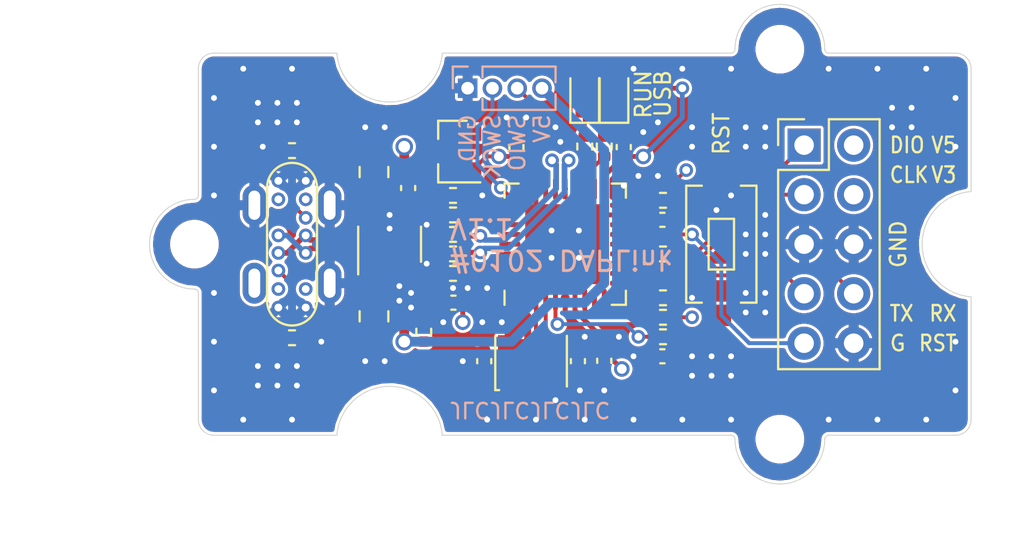
<source format=kicad_pcb>
(kicad_pcb (version 20171130) (host pcbnew "(5.1.12-1-10_14)")
  (layers (0 F.Cu signal) (1 In1.Cu power) (2 In2.Cu power) (31 B.Cu signal) (34 B.Paste user) (35 F.Paste user) (36 B.SilkS user) (37 F.SilkS user) (38 B.Mask user) (39 F.Mask user) (44 Edge.Cuts user))
  (net 0 "")
  (net 1 VBUS)
  (net 2 GND)
  (net 3 "Net-(C2-Pad2)")
  (net 4 +3V3)
  (net 5 "Net-(C8-Pad2)")
  (net 6 /TGT_USB_D+)
  (net 7 /TGT_USB_D-)
  (net 8 "Net-(C11-Pad2)")
  (net 9 /TGT_NRESET)
  (net 10 /IF_NRESET)
  (net 11 "Net-(D1-Pad1)")
  (net 12 /D-)
  (net 13 /D+)
  (net 14 "Net-(J1-PadB5)")
  (net 15 "Net-(J1-PadA5)")
  (net 16 /IF_SWDIO)
  (net 17 /IF_SWCLK)
  (net 18 /TGT_SWDIO)
  (net 19 /TGT_SWCLK)
  (net 20 /TGT_RX)
  (net 21 /TGT_TX)
  (net 22 "Net-(R2-Pad1)")
  (net 23 "Net-(R8-Pad1)")
  (net 24 "Net-(R6-Pad2)")
  (net 25 "Net-(R9-Pad2)")
  (net 26 "Net-(D3-Pad1)")
  (net 27 "Net-(Q1-Pad2)")
  (net 28 /USB_ENUM)
  (net 29 /LED_CON_BLUE)
  (net 30 /LED_RUN_RED)
  (net 31 "Net-(Q1-Pad3)")
  (module Resistor_SMD:R_0402_1005Metric (layer F.Cu) (at 113.25 107.5 180)
    (fp_text reference R14 hide)
    (fp_text value 1.5K)
    (pad 2 smd roundrect (at 0.51 0 180) (size 0.54 0.64) (layers F.Cu F.Paste F.Mask) (net 27 "Net-(Q1-Pad2)"))
    (pad 1 smd roundrect (at -0.51 0 180) (size 0.54 0.64) (layers F.Cu F.Paste F.Mask) (net 28 /USB_ENUM))
  )
  (module Package_TO_SOT_SMD:SOT-23 (layer F.Cu) (at 113.25 105.25 180)
    (fp_text reference Q1 hide)
    (fp_text value S8550)
    (pad 3 smd rect (at 1 0 180) (size 0.9 0.8) (layers F.Cu F.Paste F.Mask) (net 31 "Net-(Q1-Pad3)"))
    (pad 2 smd rect (at -1 0.95 180) (size 0.9 0.8) (layers F.Cu F.Paste F.Mask) (net 27 "Net-(Q1-Pad2)"))
    (pad 1 smd rect (at -1 -0.95 180) (size 0.9 0.8) (layers F.Cu F.Paste F.Mask) (net 4 +3V3))
  )
  (module Capacitor_SMD:C_0402_1005Metric (layer F.Cu) (at 122 105.02 270)
    (fp_text reference C5 hide)
    (fp_text value 100nF)
    (pad 2 smd roundrect (at 0.48 0 270) (size 0.56 0.62) (layers F.Cu F.Paste F.Mask) (net 4 +3V3))
    (pad 1 smd roundrect (at -0.48 0 270) (size 0.56 0.62) (layers F.Cu F.Paste F.Mask) (net 2 GND))
  )
  (module Resistor_SMD:R_0402_1005Metric (layer F.Cu) (at 113.25 108.5)
    (fp_text reference R10 hide)
    (fp_text value 1.5K)
    (pad 2 smd roundrect (at 0.51 0) (size 0.54 0.64) (layers F.Cu F.Paste F.Mask) (net 6 /TGT_USB_D+))
    (pad 1 smd roundrect (at -0.51 0) (size 0.54 0.64) (layers F.Cu F.Paste F.Mask) (net 31 "Net-(Q1-Pad3)"))
  )
  (module JLC-SMT:HCTL_TC-3601L-2.5 (layer F.Cu) (at 127 110 270)
    (fp_text reference SW1 hide)
    (fp_text value SW_Push)
    (pad 2 smd rect (at 3.65 0 270) (size 1.1 1) (layers F.Cu F.Paste F.Mask) (net 9 /TGT_NRESET))
    (pad 1 smd rect (at -3.65 0 270) (size 1.1 1) (layers F.Cu F.Paste F.Mask) (net 2 GND))
  )
  (module JLC-SMT:Oscillator_SMD_3.2x2.5mm (layer F.Cu) (at 117.25 116)
    (fp_text reference Y1 hide)
    (fp_text value 8MHz)
    (pad 4 smd rect (at -1.1 -0.88) (size 1.2 0.9) (layers F.Cu F.Paste F.Mask) (net 2 GND))
    (pad 2 smd rect (at 1.1 0.88) (size 1.2 0.9) (layers F.Cu F.Paste F.Mask) (net 2 GND))
    (pad 3 smd rect (at 1.1 -0.88) (size 1.2 0.9) (layers F.Cu F.Paste F.Mask) (net 5 "Net-(C8-Pad2)"))
    (pad 1 smd rect (at -1.1 0.88) (size 1.2 0.9) (layers F.Cu F.Paste F.Mask) (net 8 "Net-(C11-Pad2)"))
  )
  (module Package_DFN_QFN:QFN-36-1EP_6x6mm_P0.5mm_EP4.1x4.1mm (layer F.Cu) (at 119 110 90)
    (fp_text reference U2 hide)
    (fp_text value STM32F103TBUx)
    (pad 37 smd rect (at 0 0 90) (size 4.1 4.1) (layers F.Cu F.Mask) (net 2 GND))
    (pad 36 smd roundrect (at -2 -2.8375 90) (size 0.25 1.075) (layers F.Cu F.Paste F.Mask) (net 2 GND))
    (pad 35 smd roundrect (at -1.5 -2.8375 90) (size 0.25 1.075) (layers F.Cu F.Paste F.Mask) (net 23 "Net-(R8-Pad1)"))
    (pad 34 smd roundrect (at -1 -2.8375 90) (size 0.25 1.075) (layers F.Cu F.Paste F.Mask))
    (pad 33 smd roundrect (at -0.5 -2.8375 90) (size 0.25 1.075) (layers F.Cu F.Paste F.Mask))
    (pad 32 smd roundrect (at 0 -2.8375 90) (size 0.25 1.075) (layers F.Cu F.Paste F.Mask))
    (pad 31 smd roundrect (at 0.5 -2.8375 90) (size 0.25 1.075) (layers F.Cu F.Paste F.Mask))
    (pad 30 smd roundrect (at 1 -2.8375 90) (size 0.25 1.075) (layers F.Cu F.Paste F.Mask))
    (pad 29 smd roundrect (at 1.5 -2.8375 90) (size 0.25 1.075) (layers F.Cu F.Paste F.Mask) (net 28 /USB_ENUM))
    (pad 28 smd roundrect (at 2 -2.8375 90) (size 0.25 1.075) (layers F.Cu F.Paste F.Mask) (net 17 /IF_SWCLK))
    (pad 27 smd roundrect (at 2.8375 -2 90) (size 1.075 0.25) (layers F.Cu F.Paste F.Mask) (net 4 +3V3))
    (pad 26 smd roundrect (at 2.8375 -1.5 90) (size 1.075 0.25) (layers F.Cu F.Paste F.Mask) (net 2 GND))
    (pad 25 smd roundrect (at 2.8375 -1 90) (size 1.075 0.25) (layers F.Cu F.Paste F.Mask) (net 16 /IF_SWDIO))
    (pad 24 smd roundrect (at 2.8375 -0.5 90) (size 1.075 0.25) (layers F.Cu F.Paste F.Mask) (net 6 /TGT_USB_D+))
    (pad 23 smd roundrect (at 2.8375 0 90) (size 1.075 0.25) (layers F.Cu F.Paste F.Mask) (net 7 /TGT_USB_D-))
    (pad 22 smd roundrect (at 2.8375 0.5 90) (size 1.075 0.25) (layers F.Cu F.Paste F.Mask))
    (pad 21 smd roundrect (at 2.8375 1 90) (size 1.075 0.25) (layers F.Cu F.Paste F.Mask) (net 30 /LED_RUN_RED))
    (pad 20 smd roundrect (at 2.8375 1.5 90) (size 1.075 0.25) (layers F.Cu F.Paste F.Mask) (net 29 /LED_CON_BLUE))
    (pad 19 smd roundrect (at 2.8375 2 90) (size 1.075 0.25) (layers F.Cu F.Paste F.Mask) (net 4 +3V3))
    (pad 18 smd roundrect (at 2 2.8375 90) (size 0.25 1.075) (layers F.Cu F.Paste F.Mask) (net 2 GND))
    (pad 17 smd roundrect (at 1.5 2.8375 90) (size 0.25 1.075) (layers F.Cu F.Paste F.Mask) (net 2 GND))
    (pad 16 smd roundrect (at 1 2.8375 90) (size 0.25 1.075) (layers F.Cu F.Paste F.Mask))
    (pad 15 smd roundrect (at 0.5 2.8375 90) (size 0.25 1.075) (layers F.Cu F.Paste F.Mask) (net 9 /TGT_NRESET))
    (pad 14 smd roundrect (at 0 2.8375 90) (size 0.25 1.075) (layers F.Cu F.Paste F.Mask) (net 18 /TGT_SWDIO))
    (pad 13 smd roundrect (at -0.5 2.8375 90) (size 0.25 1.075) (layers F.Cu F.Paste F.Mask) (net 25 "Net-(R9-Pad2)"))
    (pad 12 smd roundrect (at -1 2.8375 90) (size 0.25 1.075) (layers F.Cu F.Paste F.Mask) (net 19 /TGT_SWCLK))
    (pad 11 smd roundrect (at -1.5 2.8375 90) (size 0.25 1.075) (layers F.Cu F.Paste F.Mask))
    (pad 10 smd roundrect (at -2 2.8375 90) (size 0.25 1.075) (layers F.Cu F.Paste F.Mask) (net 20 /TGT_RX))
    (pad 9 smd roundrect (at -2.8375 2 90) (size 1.075 0.25) (layers F.Cu F.Paste F.Mask) (net 21 /TGT_TX))
    (pad 8 smd roundrect (at -2.8375 1.5 90) (size 1.075 0.25) (layers F.Cu F.Paste F.Mask))
    (pad 7 smd roundrect (at -2.8375 1 90) (size 1.075 0.25) (layers F.Cu F.Paste F.Mask) (net 24 "Net-(R6-Pad2)"))
    (pad 6 smd roundrect (at -2.8375 0.5 90) (size 1.075 0.25) (layers F.Cu F.Paste F.Mask) (net 4 +3V3))
    (pad 5 smd roundrect (at -2.8375 0 90) (size 1.075 0.25) (layers F.Cu F.Paste F.Mask) (net 2 GND))
    (pad 4 smd roundrect (at -2.8375 -0.5 90) (size 1.075 0.25) (layers F.Cu F.Paste F.Mask) (net 10 /IF_NRESET))
    (pad 3 smd roundrect (at -2.8375 -1 90) (size 1.075 0.25) (layers F.Cu F.Paste F.Mask) (net 5 "Net-(C8-Pad2)"))
    (pad 2 smd roundrect (at -2.8375 -1.5 90) (size 1.075 0.25) (layers F.Cu F.Paste F.Mask) (net 8 "Net-(C11-Pad2)"))
    (pad 1 smd roundrect (at -2.8375 -2 90) (size 1.075 0.25) (layers F.Cu F.Paste F.Mask) (net 4 +3V3))
  )
  (module Resistor_SMD:R_0402_1005Metric (layer F.Cu) (at 124.009999 110.5 180)
    (fp_text reference R9 hide)
    (fp_text value 100R)
    (pad 2 smd roundrect (at 0.51 0 180) (size 0.54 0.64) (layers F.Cu F.Paste F.Mask) (net 25 "Net-(R9-Pad2)"))
    (pad 1 smd roundrect (at -0.51 0 180) (size 0.54 0.64) (layers F.Cu F.Paste F.Mask) (net 18 /TGT_SWDIO))
  )
  (module Resistor_SMD:R_0402_1005Metric (layer F.Cu) (at 113.25 111.5 180)
    (fp_text reference R8 hide)
    (fp_text value 100K)
    (pad 2 smd roundrect (at 0.51 0 180) (size 0.54 0.64) (layers F.Cu F.Paste F.Mask) (net 2 GND))
    (pad 1 smd roundrect (at -0.51 0 180) (size 0.54 0.64) (layers F.Cu F.Paste F.Mask) (net 23 "Net-(R8-Pad1)"))
  )
  (module Resistor_SMD:R_0402_1005Metric (layer F.Cu) (at 124.009999 112.75 180)
    (fp_text reference R7 hide)
    (fp_text value 4.7K)
    (pad 2 smd roundrect (at 0.51 0 180) (size 0.54 0.64) (layers F.Cu F.Paste F.Mask) (net 24 "Net-(R6-Pad2)"))
    (pad 1 smd roundrect (at -0.51 0 180) (size 0.54 0.64) (layers F.Cu F.Paste F.Mask) (net 2 GND))
  )
  (module Resistor_SMD:R_0402_1005Metric (layer F.Cu) (at 124.01 113.75 180)
    (fp_text reference R6 hide)
    (fp_text value 4.7K)
    (pad 2 smd roundrect (at 0.51 0 180) (size 0.54 0.64) (layers F.Cu F.Paste F.Mask) (net 24 "Net-(R6-Pad2)"))
    (pad 1 smd roundrect (at -0.51 0 180) (size 0.54 0.64) (layers F.Cu F.Paste F.Mask) (net 4 +3V3))
  )
  (module Capacitor_SMD:C_0402_1005Metric (layer F.Cu) (at 114.85 116 270)
    (fp_text reference C11 hide)
    (fp_text value 22pF)
    (pad 2 smd roundrect (at 0.48 0 270) (size 0.56 0.62) (layers F.Cu F.Paste F.Mask) (net 8 "Net-(C11-Pad2)"))
    (pad 1 smd roundrect (at -0.48 0 270) (size 0.56 0.62) (layers F.Cu F.Paste F.Mask) (net 2 GND))
  )
  (module Capacitor_SMD:C_0402_1005Metric (layer F.Cu) (at 119.65 116 90)
    (fp_text reference C8 hide)
    (fp_text value 22pF)
    (pad 2 smd roundrect (at 0.48 0 90) (size 0.56 0.62) (layers F.Cu F.Paste F.Mask) (net 5 "Net-(C8-Pad2)"))
    (pad 1 smd roundrect (at -0.48 0 90) (size 0.56 0.62) (layers F.Cu F.Paste F.Mask) (net 2 GND))
  )
  (module MountingHole:MountingHole_2.2mm_M2 (layer F.Cu) (at 130 120)
    (fp_text reference H3 hide)
    (fp_text value MountingHole)
    (pad 1 np_thru_hole circle (at 0 0) (size 2.2 2.2) (drill 2.2) (layers *.Cu *.Mask))
  )
  (module MountingHole:MountingHole_2.2mm_M2 (layer F.Cu) (at 130 100)
    (fp_text reference H2 hide)
    (fp_text value MountingHole)
    (pad 1 np_thru_hole circle (at 0 0) (size 2.2 2.2) (drill 2.2) (layers *.Cu *.Mask))
  )
  (module MountingHole:MountingHole_2.2mm_M2 (layer F.Cu) (at 100 110)
    (fp_text reference H1 hide)
    (fp_text value MountingHole)
    (pad 1 np_thru_hole circle (at 0 0) (size 2.2 2.2) (drill 2.2) (layers *.Cu *.Mask))
  )
  (module Package_TO_SOT_SMD:SOT-23-5 (layer F.Cu) (at 110 110 90)
    (fp_text reference U1 hide)
    (fp_text value SPX3819M5-L-3-3)
    (pad 5 smd rect (at 1.1 -0.95 90) (size 1.06 0.65) (layers F.Cu F.Paste F.Mask) (net 4 +3V3))
    (pad 4 smd rect (at 1.1 0.95 90) (size 1.06 0.65) (layers F.Cu F.Paste F.Mask) (net 3 "Net-(C2-Pad2)"))
    (pad 3 smd rect (at -1.1 0.95 90) (size 1.06 0.65) (layers F.Cu F.Paste F.Mask) (net 22 "Net-(R2-Pad1)"))
    (pad 2 smd rect (at -1.1 0 90) (size 1.06 0.65) (layers F.Cu F.Paste F.Mask) (net 2 GND))
    (pad 1 smd rect (at -1.1 -0.95 90) (size 1.06 0.65) (layers F.Cu F.Paste F.Mask) (net 1 VBUS))
  )
  (module Resistor_SMD:R_0402_1005Metric (layer F.Cu) (at 120 104.99 90)
    (fp_text reference R15 hide)
    (fp_text value 470R)
    (pad 2 smd roundrect (at 0.51 0 90) (size 0.54 0.64) (layers F.Cu F.Paste F.Mask) (net 26 "Net-(D3-Pad1)"))
    (pad 1 smd roundrect (at -0.51 0 90) (size 0.54 0.64) (layers F.Cu F.Paste F.Mask) (net 30 /LED_RUN_RED))
  )
  (module Resistor_SMD:R_0402_1005Metric (layer F.Cu) (at 124.01 114.75)
    (fp_text reference R13 hide)
    (fp_text value 100K)
    (pad 2 smd roundrect (at 0.51 0) (size 0.54 0.64) (layers F.Cu F.Paste F.Mask) (net 4 +3V3))
    (pad 1 smd roundrect (at -0.51 0) (size 0.54 0.64) (layers F.Cu F.Paste F.Mask) (net 10 /IF_NRESET))
  )
  (module Resistor_SMD:R_0402_1005Metric (layer F.Cu) (at 124.01 107.75)
    (fp_text reference R12 hide)
    (fp_text value 10K)
    (pad 2 smd roundrect (at 0.51 0) (size 0.54 0.64) (layers F.Cu F.Paste F.Mask) (net 4 +3V3))
    (pad 1 smd roundrect (at -0.51 0) (size 0.54 0.64) (layers F.Cu F.Paste F.Mask) (net 9 /TGT_NRESET))
  )
  (module Resistor_SMD:R_0402_1005Metric (layer F.Cu) (at 121 104.99 90)
    (fp_text reference R11 hide)
    (fp_text value 1.5K)
    (pad 2 smd roundrect (at 0.51 0 90) (size 0.54 0.64) (layers F.Cu F.Paste F.Mask) (net 11 "Net-(D1-Pad1)"))
    (pad 1 smd roundrect (at -0.51 0 90) (size 0.54 0.64) (layers F.Cu F.Paste F.Mask) (net 29 /LED_CON_BLUE))
  )
  (module Resistor_SMD:R_0402_1005Metric (layer F.Cu) (at 113.25 109.5 180)
    (fp_text reference R5 hide)
    (fp_text value 0R)
    (pad 2 smd roundrect (at 0.51 0 180) (size 0.54 0.64) (layers F.Cu F.Paste F.Mask) (net 13 /D+))
    (pad 1 smd roundrect (at -0.51 0 180) (size 0.54 0.64) (layers F.Cu F.Paste F.Mask) (net 6 /TGT_USB_D+))
  )
  (module Resistor_SMD:R_0402_1005Metric (layer F.Cu) (at 113.25 110.5 180)
    (fp_text reference R4 hide)
    (fp_text value 0R)
    (pad 2 smd roundrect (at 0.51 0 180) (size 0.54 0.64) (layers F.Cu F.Paste F.Mask) (net 12 /D-))
    (pad 1 smd roundrect (at -0.51 0 180) (size 0.54 0.64) (layers F.Cu F.Paste F.Mask) (net 7 /TGT_USB_D-))
  )
  (module Resistor_SMD:R_0402_1005Metric (layer F.Cu) (at 105 114.8 180)
    (fp_text reference R3 hide)
    (fp_text value 5.1K)
    (pad 2 smd roundrect (at 0.51 0 180) (size 0.54 0.64) (layers F.Cu F.Paste F.Mask) (net 14 "Net-(J1-PadB5)"))
    (pad 1 smd roundrect (at -0.51 0 180) (size 0.54 0.64) (layers F.Cu F.Paste F.Mask) (net 2 GND))
  )
  (module Resistor_SMD:R_0402_1005Metric (layer F.Cu) (at 111.75 114.49 270)
    (fp_text reference R2 hide)
    (fp_text value 10K)
    (pad 1 smd roundrect (at -0.51 0 270) (size 0.54 0.64) (layers F.Cu F.Paste F.Mask) (net 22 "Net-(R2-Pad1)"))
    (pad 2 smd roundrect (at 0.51 0 270) (size 0.54 0.64) (layers F.Cu F.Paste F.Mask) (net 1 VBUS))
  )
  (module Resistor_SMD:R_0402_1005Metric (layer F.Cu) (at 105 105.2)
    (fp_text reference R1 hide)
    (fp_text value 5.1K)
    (pad 2 smd roundrect (at 0.51 0) (size 0.54 0.64) (layers F.Cu F.Paste F.Mask) (net 15 "Net-(J1-PadA5)"))
    (pad 1 smd roundrect (at -0.51 0) (size 0.54 0.64) (layers F.Cu F.Paste F.Mask) (net 2 GND))
  )
  (module Connector_PinHeader_2.54mm:PinHeader_2x05_P2.54mm_Vertical (layer F.Cu) (at 131.242 104.92)
    (fp_text reference J3 hide)
    (fp_text value TGT)
    (pad 10 thru_hole oval (at 2.54 10.16) (size 1.7 1.7) (drill 1) (layers *.Cu *.Mask) (net 2 GND))
    (pad 9 thru_hole oval (at 0 10.16) (size 1.7 1.7) (drill 1) (layers *.Cu *.Mask) (net 9 /TGT_NRESET))
    (pad 8 thru_hole oval (at 2.54 7.62) (size 1.7 1.7) (drill 1) (layers *.Cu *.Mask) (net 20 /TGT_RX))
    (pad 7 thru_hole oval (at 0 7.62) (size 1.7 1.7) (drill 1) (layers *.Cu *.Mask) (net 21 /TGT_TX))
    (pad 6 thru_hole oval (at 2.54 5.08) (size 1.7 1.7) (drill 1) (layers *.Cu *.Mask) (net 2 GND))
    (pad 5 thru_hole oval (at 0 5.08) (size 1.7 1.7) (drill 1) (layers *.Cu *.Mask) (net 2 GND))
    (pad 4 thru_hole oval (at 2.54 2.54) (size 1.7 1.7) (drill 1) (layers *.Cu *.Mask) (net 4 +3V3))
    (pad 3 thru_hole oval (at 0 2.54) (size 1.7 1.7) (drill 1) (layers *.Cu *.Mask) (net 19 /TGT_SWCLK))
    (pad 2 thru_hole oval (at 2.54 0) (size 1.7 1.7) (drill 1) (layers *.Cu *.Mask) (net 1 VBUS))
    (pad 1 thru_hole rect (at 0 0) (size 1.7 1.7) (drill 1) (layers *.Cu *.Mask) (net 18 /TGT_SWDIO))
  )
  (module Connector_PinHeader_1.27mm:PinHeader_1x04_P1.27mm_Vertical (layer B.Cu) (at 114 102 270)
    (fp_text reference J2 hide)
    (fp_text value IF)
    (pad 4 thru_hole oval (at 0 -3.81 270) (size 1 1) (drill 0.65) (layers *.Cu *.Mask) (net 1 VBUS))
    (pad 3 thru_hole oval (at 0 -2.54 270) (size 1 1) (drill 0.65) (layers *.Cu *.Mask) (net 16 /IF_SWDIO))
    (pad 2 thru_hole oval (at 0 -1.27 270) (size 1 1) (drill 0.65) (layers *.Cu *.Mask) (net 17 /IF_SWCLK))
    (pad 1 thru_hole rect (at 0 0 270) (size 1 1) (drill 0.65) (layers *.Cu *.Mask) (net 2 GND))
  )
  (module JLC-SMT:KINGHELM_KH-TYPE-C-L10-14P (layer F.Cu) (at 105 110 270)
    (fp_text reference J1 hide)
    (fp_text value USB-C)
    (pad B12 thru_hole circle (at -3.25 0.7 270) (size 0.7 0.7) (drill 0.4) (layers *.Cu *.Mask) (net 2 GND))
    (pad B9 thru_hole circle (at -2.3 0.7 270) (size 0.7 0.7) (drill 0.4) (layers *.Cu *.Mask) (net 1 VBUS))
    (pad B7 thru_hole circle (at -0.45 0.7 270) (size 0.7 0.7) (drill 0.4) (layers *.Cu *.Mask) (net 12 /D-))
    (pad B6 thru_hole circle (at 0.45 0.7 270) (size 0.7 0.7) (drill 0.4) (layers *.Cu *.Mask) (net 13 /D+))
    (pad B5 thru_hole circle (at 1.35 0.7 270) (size 0.7 0.7) (drill 0.4) (layers *.Cu *.Mask) (net 14 "Net-(J1-PadB5)"))
    (pad B4 thru_hole circle (at 2.3 0.7 270) (size 0.7 0.7) (drill 0.4) (layers *.Cu *.Mask) (net 1 VBUS))
    (pad B1 thru_hole circle (at 3.25 0.7 270) (size 0.7 0.7) (drill 0.4) (layers *.Cu *.Mask) (net 2 GND))
    (pad A12 thru_hole circle (at 3.25 -0.7 270) (size 0.7 0.7) (drill 0.4) (layers *.Cu *.Mask) (net 2 GND))
    (pad A9 thru_hole circle (at 2.3 -0.7 270) (size 0.7 0.7) (drill 0.4) (layers *.Cu *.Mask) (net 1 VBUS))
    (pad A7 thru_hole circle (at 0.45 -0.7 270) (size 0.7 0.7) (drill 0.4) (layers *.Cu *.Mask) (net 12 /D-))
    (pad A6 thru_hole circle (at -0.45 -0.7 270) (size 0.7 0.7) (drill 0.4) (layers *.Cu *.Mask) (net 13 /D+))
    (pad A5 thru_hole circle (at -1.35 -0.7 270) (size 0.7 0.7) (drill 0.4) (layers *.Cu *.Mask) (net 15 "Net-(J1-PadA5)"))
    (pad A4 thru_hole circle (at -2.3 -0.7 270) (size 0.7 0.7) (drill 0.4) (layers *.Cu *.Mask) (net 1 VBUS))
    (pad A1 thru_hole circle (at -3.25 -0.7 270) (size 0.7 0.7) (drill 0.4) (layers *.Cu *.Mask) (net 2 GND))
    (pad S4 thru_hole oval (at 2 1.93 270) (size 2.1 1.2) (drill oval 1.5 0.6) (layers *.Cu *.Mask))
    (pad S1 thru_hole oval (at 2 -1.93 270) (size 2.1 1.2) (drill oval 1.5 0.6) (layers *.Cu *.Mask) (net 2 GND))
    (pad S1 thru_hole oval (at -2 1.93 270) (size 2.1 1.2) (drill oval 1.5 0.6) (layers *.Cu *.Mask) (net 2 GND))
    (pad S1 thru_hole oval (at -2 -1.93 270) (size 2.1 1.2) (drill oval 1.5 0.6) (layers *.Cu *.Mask) (net 2 GND))
  )
  (module LED_SMD:LED_0603_1608Metric (layer F.Cu) (at 120 102.287501 90)
    (fp_text reference D3 hide)
    (fp_text value RED)
    (pad 2 smd roundrect (at 0.7875 0 90) (size 0.875 0.95) (layers F.Cu F.Paste F.Mask) (net 4 +3V3))
    (pad 1 smd roundrect (at -0.7875 0 90) (size 0.875 0.95) (layers F.Cu F.Paste F.Mask) (net 26 "Net-(D3-Pad1)"))
  )
  (module LED_SMD:LED_0603_1608Metric (layer F.Cu) (at 121.5 102.2875 90)
    (fp_text reference D1 hide)
    (fp_text value BLUE)
    (pad 2 smd roundrect (at 0.7875 0 90) (size 0.875 0.95) (layers F.Cu F.Paste F.Mask) (net 4 +3V3))
    (pad 1 smd roundrect (at -0.7875 0 90) (size 0.875 0.95) (layers F.Cu F.Paste F.Mask) (net 11 "Net-(D1-Pad1)"))
  )
  (module Capacitor_SMD:C_0402_1005Metric (layer F.Cu) (at 123.98 115.75 180)
    (fp_text reference C13 hide)
    (fp_text value 100nF)
    (pad 2 smd roundrect (at 0.48 0 180) (size 0.56 0.62) (layers F.Cu F.Paste F.Mask) (net 10 /IF_NRESET))
    (pad 1 smd roundrect (at -0.48 0 180) (size 0.56 0.62) (layers F.Cu F.Paste F.Mask) (net 2 GND))
  )
  (module Capacitor_SMD:C_0402_1005Metric (layer F.Cu) (at 123.98 108.75 180)
    (fp_text reference C12 hide)
    (fp_text value 100nF)
    (pad 2 smd roundrect (at 0.48 0 180) (size 0.56 0.62) (layers F.Cu F.Paste F.Mask) (net 9 /TGT_NRESET))
    (pad 1 smd roundrect (at -0.48 0 180) (size 0.56 0.62) (layers F.Cu F.Paste F.Mask) (net 2 GND))
  )
  (module Capacitor_SMD:C_0402_1005Metric (layer F.Cu) (at 116.5 105.02 270)
    (fp_text reference C7 hide)
    (fp_text value 100nF)
    (pad 2 smd roundrect (at 0.48 0 270) (size 0.56 0.62) (layers F.Cu F.Paste F.Mask) (net 4 +3V3))
    (pad 1 smd roundrect (at -0.48 0 270) (size 0.56 0.62) (layers F.Cu F.Paste F.Mask) (net 2 GND))
  )
  (module Capacitor_SMD:C_0402_1005Metric (layer F.Cu) (at 113.27 113)
    (fp_text reference C6 hide)
    (fp_text value 100nF)
    (pad 1 smd roundrect (at -0.48 0) (size 0.56 0.62) (layers F.Cu F.Paste F.Mask) (net 2 GND))
    (pad 2 smd roundrect (at 0.48 0) (size 0.56 0.62) (layers F.Cu F.Paste F.Mask) (net 4 +3V3))
  )
  (module Capacitor_SMD:C_0402_1005Metric (layer F.Cu) (at 121 115.98 90)
    (fp_text reference C4 hide)
    (fp_text value 100nF)
    (pad 1 smd roundrect (at -0.48 0 90) (size 0.56 0.62) (layers F.Cu F.Paste F.Mask) (net 2 GND))
    (pad 2 smd roundrect (at 0.48 0 90) (size 0.56 0.62) (layers F.Cu F.Paste F.Mask) (net 4 +3V3))
  )
  (module Capacitor_SMD:C_0805_2012Metric (layer F.Cu) (at 109.2 106.3 270)
    (fp_text reference C3 hide)
    (fp_text value 10uF/25V)
    (pad 2 smd roundrect (at 0.95 0 270) (size 1 1.45) (layers F.Cu F.Paste F.Mask) (net 4 +3V3))
    (pad 1 smd roundrect (at -0.95 0 270) (size 1 1.45) (layers F.Cu F.Paste F.Mask) (net 2 GND))
  )
  (module Capacitor_SMD:C_0402_1005Metric (layer F.Cu) (at 110.95 107.12 270)
    (fp_text reference C2 hide)
    (fp_text value 10nF)
    (pad 2 smd roundrect (at 0.48 0 270) (size 0.56 0.62) (layers F.Cu F.Paste F.Mask) (net 3 "Net-(C2-Pad2)"))
    (pad 1 smd roundrect (at -0.48 0 270) (size 0.56 0.62) (layers F.Cu F.Paste F.Mask) (net 2 GND))
  )
  (module Capacitor_SMD:C_0805_2012Metric (layer F.Cu) (at 109.2 113.7 90)
    (fp_text reference C1 hide)
    (fp_text value 10uF/25V)
    (pad 2 smd roundrect (at 0.95 0 90) (size 1 1.45) (layers F.Cu F.Paste F.Mask) (net 1 VBUS))
    (pad 1 smd roundrect (at -0.95 0 90) (size 1 1.45) (layers F.Cu F.Paste F.Mask) (net 2 GND))
  )
  (gr_text JLCJLCJLCJLC (at 113 118.5 180) (layer B.SilkS) (effects (font (size 0.8 0.8) (thickness 0.12)) (justify left mirror)))
  (gr_text "#0102 DAPLink\nV1.1" (at 113 110 180) (layer B.SilkS) (effects (font (size 1 1)) (justify left mirror)))
  (gr_text SWIO (at 116.54 103.27 90) (layer B.SilkS) (effects (font (size 0.8 0.8) (thickness 0.12)) (justify left mirror)))
  (gr_text SWCK (at 115.27 103.27 90) (layer B.SilkS) (effects (font (size 0.8 0.8) (thickness 0.12)) (justify left mirror)))
  (gr_text GND (at 114 103.27 90) (layer B.SilkS) (effects (font (size 0.8 0.8) (thickness 0.12)) (justify left mirror)))
  (gr_text 5V (at 117.81 103.27 90) (layer B.SilkS) (effects (font (size 0.8 0.8) (thickness 0.12)) (justify left mirror)))
  (gr_text RST (at 127 105.5 90) (layer F.SilkS) (effects (font (size 0.8 0.8) (thickness 0.12)) (justify left)))
  (gr_text RUN (at 123 101 90) (layer F.SilkS) (effects (font (size 0.8 0.8) (thickness 0.12)) (justify right)))
  (gr_text USB (at 124 101 90) (layer F.SilkS) (effects (font (size 0.8 0.8) (thickness 0.12)) (justify right)))
  (gr_text GND (at 136.068 110 90) (layer F.SilkS) (effects (font (size 0.8 0.8) (thickness 0.12))))
  (gr_text G (at 135.56 115.08) (layer F.SilkS) (effects (font (size 0.8 0.8) (thickness 0.12)) (justify left)))
  (gr_text RST (at 139.116 115.08) (layer F.SilkS) (effects (font (size 0.8 0.7) (thickness 0.12)) (justify right)))
  (gr_text TX (at 135.56 113.556) (layer F.SilkS) (effects (font (size 0.8 0.7) (thickness 0.12)) (justify left)))
  (gr_text RX (at 139.116 113.556) (layer F.SilkS) (effects (font (size 0.8 0.7) (thickness 0.12)) (justify right)))
  (gr_text CLK (at 135.56 106.444) (layer F.SilkS) (effects (font (size 0.8 0.7) (thickness 0.12)) (justify left)))
  (gr_text DIO (at 135.56 104.92) (layer F.SilkS) (effects (font (size 0.8 0.7) (thickness 0.12)) (justify left)))
  (gr_text V3 (at 139.116 106.444) (layer F.SilkS) (effects (font (size 0.8 0.7) (thickness 0.12)) (justify right)))
  (gr_text V5 (at 139.116 104.92) (layer F.SilkS) (effects (font (size 0.8 0.7) (thickness 0.12)) (justify right)))
  (gr_arc (start 110 100) (end 107.3 100.2) (angle -171.5272104) (layer Edge.Cuts) (width 0.05))
  (gr_arc (start 132.5 100) (end 132.3 100) (angle -90) (layer Edge.Cuts) (width 0.05))
  (gr_arc (start 127.5 100) (end 127.5 100.2) (angle -90) (layer Edge.Cuts) (width 0.05))
  (gr_arc (start 130 100) (end 132.3 100) (angle -180) (layer Edge.Cuts) (width 0.05))
  (gr_arc (start 127.5 120) (end 127.7 120) (angle -90) (layer Edge.Cuts) (width 0.05))
  (gr_arc (start 132.5 120) (end 132.5 119.8) (angle -90) (layer Edge.Cuts) (width 0.05))
  (gr_arc (start 130 120) (end 127.7 120) (angle -180) (layer Edge.Cuts) (width 0.05))
  (gr_arc (start 140 110) (end 139.8 107.3) (angle -171.5272104) (layer Edge.Cuts) (width 0.05))
  (gr_arc (start 139 119) (end 139 119.8) (angle -90) (layer Edge.Cuts) (width 0.05))
  (gr_arc (start 139 101) (end 139.8 101) (angle -90) (layer Edge.Cuts) (width 0.05))
  (gr_arc (start 110 120) (end 112.7 119.8) (angle -171.5272104) (layer Edge.Cuts) (width 0.05))
  (gr_arc (start 101 119) (end 100.2 119) (angle -90) (layer Edge.Cuts) (width 0.05))
  (gr_arc (start 100 107.5) (end 100 107.7) (angle -90) (layer Edge.Cuts) (width 0.05))
  (gr_arc (start 100 112.5) (end 100.2 112.5) (angle -90) (layer Edge.Cuts) (width 0.05))
  (gr_arc (start 100 110) (end 100 107.7) (angle -180) (layer Edge.Cuts) (width 0.05))
  (gr_arc (start 101 101) (end 101 100.2) (angle -90) (layer Edge.Cuts) (width 0.05))
  (gr_line (start 107.3 100.2) (end 101 100.2) (layer Edge.Cuts) (width 0.05))
  (gr_line (start 127.5 100.2) (end 112.7 100.2) (layer Edge.Cuts) (width 0.05))
  (gr_line (start 139 100.2) (end 132.5 100.2) (layer Edge.Cuts) (width 0.05))
  (gr_line (start 139.8 107.3) (end 139.8 101) (layer Edge.Cuts) (width 0.05))
  (gr_line (start 139.8 119) (end 139.8 112.7) (layer Edge.Cuts) (width 0.05))
  (gr_line (start 132.5 119.8) (end 139 119.8) (layer Edge.Cuts) (width 0.05))
  (gr_line (start 112.7 119.8) (end 127.5 119.8) (layer Edge.Cuts) (width 0.05))
  (gr_line (start 101 119.8) (end 107.3 119.8) (layer Edge.Cuts) (width 0.05))
  (gr_line (start 100.2 112.5) (end 100.2 119) (layer Edge.Cuts) (width 0.05))
  (gr_line (start 100.2 101) (end 100.2 107.5) (layer Edge.Cuts) (width 0.05))
  (segment (start 109.05 112.6) (end 109.2 112.75) (width 0.5) (layer F.Cu) (net 1))
  (segment (start 109.05 111.1) (end 109.05 112.6) (width 0.5) (layer F.Cu) (net 1))
  (via (at 110.75 115) (size 0.9) (drill 0.6) (layers F.Cu B.Cu) (net 1))
  (segment (start 110.75 114.3) (end 110.75 115) (width 0.5) (layer F.Cu) (net 1))
  (segment (start 109.2 112.75) (end 110.75 114.3) (width 0.5) (layer F.Cu) (net 1))
  (segment (start 110.75 115) (end 111.75 115) (width 0.2) (layer F.Cu) (net 1))
  (segment (start 117.81 102) (end 121 105.19) (width 0.5) (layer B.Cu) (net 1))
  (segment (start 121 105.19) (end 121 112) (width 0.5) (layer B.Cu) (net 1))
  (segment (start 121 112) (end 120 113) (width 0.5) (layer B.Cu) (net 1))
  (segment (start 120 113) (end 118.25 113) (width 0.5) (layer B.Cu) (net 1))
  (segment (start 116.25 115) (end 110.75 115) (width 0.5) (layer B.Cu) (net 1))
  (segment (start 118.25 113) (end 116.25 115) (width 0.5) (layer B.Cu) (net 1))
  (via (at 118.3 109.3) (size 0.5) (drill 0.3) (layers F.Cu B.Cu) (net 2))
  (via (at 119.7 109.3) (size 0.5) (drill 0.3) (layers F.Cu B.Cu) (net 2))
  (via (at 119.7 110.7) (size 0.5) (drill 0.3) (layers F.Cu B.Cu) (net 2))
  (via (at 118.3 110.7) (size 0.5) (drill 0.3) (layers F.Cu B.Cu) (net 2))
  (via (at 110 109.2) (size 0.5) (drill 0.3) (layers F.Cu B.Cu) (net 2))
  (via (at 110 108.5) (size 0.5) (drill 0.3) (layers F.Cu B.Cu) (net 2))
  (via (at 105 101) (size 0.5) (drill 0.3) (layers F.Cu B.Cu) (net 2))
  (via (at 122.5 101) (size 0.5) (drill 0.3) (layers F.Cu B.Cu) (net 2))
  (via (at 125 101) (size 0.5) (drill 0.3) (layers F.Cu B.Cu) (net 2))
  (via (at 127.5 101) (size 0.5) (drill 0.3) (layers F.Cu B.Cu) (net 2))
  (via (at 132.5 101) (size 0.5) (drill 0.3) (layers F.Cu B.Cu) (net 2))
  (via (at 135 101) (size 0.5) (drill 0.3) (layers F.Cu B.Cu) (net 2))
  (via (at 137.5 101) (size 0.5) (drill 0.3) (layers F.Cu B.Cu) (net 2))
  (via (at 139 102.5) (size 0.5) (drill 0.3) (layers F.Cu B.Cu) (net 2))
  (via (at 139 105) (size 0.5) (drill 0.3) (layers F.Cu B.Cu) (net 2))
  (via (at 139 115) (size 0.5) (drill 0.3) (layers F.Cu B.Cu) (net 2))
  (via (at 139 117.5) (size 0.5) (drill 0.3) (layers F.Cu B.Cu) (net 2))
  (via (at 137.5 119) (size 0.5) (drill 0.3) (layers F.Cu B.Cu) (net 2))
  (via (at 135 119) (size 0.5) (drill 0.3) (layers F.Cu B.Cu) (net 2))
  (via (at 132.5 119) (size 0.5) (drill 0.3) (layers F.Cu B.Cu) (net 2))
  (via (at 127.5 119) (size 0.5) (drill 0.3) (layers F.Cu B.Cu) (net 2))
  (via (at 125 119) (size 0.5) (drill 0.3) (layers F.Cu B.Cu) (net 2))
  (via (at 122.5 119) (size 0.5) (drill 0.3) (layers F.Cu B.Cu) (net 2))
  (via (at 120 119) (size 0.5) (drill 0.3) (layers F.Cu B.Cu) (net 2))
  (via (at 117.5 119) (size 0.5) (drill 0.3) (layers F.Cu B.Cu) (net 2))
  (via (at 115 119) (size 0.5) (drill 0.3) (layers F.Cu B.Cu) (net 2))
  (via (at 105 119) (size 0.5) (drill 0.3) (layers F.Cu B.Cu) (net 2))
  (via (at 102.5 119) (size 0.5) (drill 0.3) (layers F.Cu B.Cu) (net 2))
  (via (at 101 117.5) (size 0.5) (drill 0.3) (layers F.Cu B.Cu) (net 2))
  (via (at 101 115) (size 0.5) (drill 0.3) (layers F.Cu B.Cu) (net 2))
  (via (at 101 112.5) (size 0.5) (drill 0.3) (layers F.Cu B.Cu) (net 2))
  (via (at 101 107.5) (size 0.5) (drill 0.3) (layers F.Cu B.Cu) (net 2))
  (via (at 101 105) (size 0.5) (drill 0.3) (layers F.Cu B.Cu) (net 2))
  (via (at 101 102.5) (size 0.5) (drill 0.3) (layers F.Cu B.Cu) (net 2))
  (via (at 102.5 101) (size 0.5) (drill 0.3) (layers F.Cu B.Cu) (net 2))
  (via (at 103.5 105) (size 0.5) (drill 0.3) (layers F.Cu B.Cu) (net 2))
  (via (at 106.5 115) (size 0.5) (drill 0.3) (layers F.Cu B.Cu) (net 2))
  (via (at 103.25 116.25) (size 0.5) (drill 0.3) (layers F.Cu B.Cu) (net 2))
  (via (at 104.25 116.25) (size 0.5) (drill 0.3) (layers F.Cu B.Cu) (net 2))
  (via (at 105.25 116.25) (size 0.5) (drill 0.3) (layers F.Cu B.Cu) (net 2))
  (via (at 103.25 117.25) (size 0.5) (drill 0.3) (layers F.Cu B.Cu) (net 2))
  (via (at 104.25 117.25) (size 0.5) (drill 0.3) (layers F.Cu B.Cu) (net 2))
  (via (at 105.25 117.25) (size 0.5) (drill 0.3) (layers F.Cu B.Cu) (net 2))
  (via (at 135.75 103) (size 0.5) (drill 0.3) (layers F.Cu B.Cu) (net 2))
  (via (at 136.75 103) (size 0.5) (drill 0.3) (layers F.Cu B.Cu) (net 2))
  (via (at 135.75 104) (size 0.5) (drill 0.3) (layers F.Cu B.Cu) (net 2))
  (via (at 136.75 104) (size 0.5) (drill 0.3) (layers F.Cu B.Cu) (net 2))
  (via (at 128.25 110.5) (size 0.5) (drill 0.3) (layers F.Cu B.Cu) (net 2))
  (via (at 129.25 110.5) (size 0.5) (drill 0.3) (layers F.Cu B.Cu) (net 2))
  (via (at 128.25 109.5) (size 0.5) (drill 0.3) (layers F.Cu B.Cu) (net 2))
  (via (at 129.25 109.5) (size 0.5) (drill 0.3) (layers F.Cu B.Cu) (net 2))
  (via (at 128.25 112.5) (size 0.5) (drill 0.3) (layers F.Cu B.Cu) (net 2))
  (via (at 129.25 112.5) (size 0.5) (drill 0.3) (layers F.Cu B.Cu) (net 2))
  (via (at 128.25 113.5) (size 0.5) (drill 0.3) (layers F.Cu B.Cu) (net 2))
  (via (at 129.25 113.5) (size 0.5) (drill 0.3) (layers F.Cu B.Cu) (net 2))
  (via (at 126.75 108.25) (size 0.5) (drill 0.3) (layers F.Cu B.Cu) (net 2))
  (via (at 127.5 107.5) (size 0.5) (drill 0.3) (layers F.Cu B.Cu) (net 2))
  (via (at 122.75 106.5) (size 0.5) (drill 0.3) (layers F.Cu B.Cu) (net 2))
  (via (at 123.75 106.5) (size 0.5) (drill 0.3) (layers F.Cu B.Cu) (net 2))
  (via (at 120 114.75) (size 0.5) (drill 0.3) (layers F.Cu B.Cu) (net 2))
  (via (at 121.75 114.75) (size 0.5) (drill 0.3) (layers F.Cu B.Cu) (net 2))
  (via (at 122.5 115.75) (size 0.5) (drill 0.3) (layers F.Cu B.Cu) (net 2))
  (via (at 122 107) (size 0.5) (drill 0.3) (layers F.Cu B.Cu) (net 2))
  (via (at 115.75 114) (size 0.5) (drill 0.3) (layers F.Cu B.Cu) (net 2))
  (via (at 118.5 118) (size 0.5) (drill 0.3) (layers F.Cu B.Cu) (net 2))
  (via (at 119.75 117.5) (size 0.5) (drill 0.3) (layers F.Cu B.Cu) (net 2))
  (via (at 121 117.5) (size 0.5) (drill 0.3) (layers F.Cu B.Cu) (net 2))
  (via (at 125.5 115.75) (size 0.5) (drill 0.3) (layers F.Cu B.Cu) (net 2))
  (via (at 125.5 112.75) (size 0.5) (drill 0.3) (layers F.Cu B.Cu) (net 2))
  (via (at 126.5 115.75) (size 0.5) (drill 0.3) (layers F.Cu B.Cu) (net 2))
  (via (at 125.5 116.75) (size 0.5) (drill 0.3) (layers F.Cu B.Cu) (net 2))
  (via (at 126.5 116.75) (size 0.5) (drill 0.3) (layers F.Cu B.Cu) (net 2))
  (via (at 127.5 115.75) (size 0.5) (drill 0.3) (layers F.Cu B.Cu) (net 2))
  (via (at 127.5 116.75) (size 0.5) (drill 0.3) (layers F.Cu B.Cu) (net 2))
  (segment (start 119 112.8375) (end 119 113.574998) (width 0.25) (layer F.Cu) (net 2))
  (segment (start 119 112.8375) (end 119 110) (width 0.25) (layer F.Cu) (net 2))
  (via (at 129.25 108.5) (size 0.5) (drill 0.3) (layers F.Cu B.Cu) (net 2))
  (segment (start 121.8375 108) (end 122.75 108) (width 0.25) (layer F.Cu) (net 2))
  (segment (start 121.8375 108.5) (end 122.75 108.5) (width 0.25) (layer F.Cu) (net 2))
  (segment (start 117.5 108.5) (end 119 110) (width 0.25) (layer F.Cu) (net 2))
  (segment (start 117.5 107.1625) (end 117.5 108.5) (width 0.25) (layer F.Cu) (net 2))
  (segment (start 120.5 108.5) (end 119 110) (width 0.25) (layer F.Cu) (net 2))
  (segment (start 121.8375 108.5) (end 120.5 108.5) (width 0.25) (layer F.Cu) (net 2))
  (segment (start 117.5 106.330344) (end 117.25 106.080344) (width 0.25) (layer F.Cu) (net 2))
  (segment (start 117.5 107.1625) (end 117.5 106.330344) (width 0.25) (layer F.Cu) (net 2))
  (segment (start 117.25 106.080344) (end 117.25 105.5) (width 0.25) (layer F.Cu) (net 2))
  (via (at 110.5 112.15) (size 0.5) (drill 0.3) (layers F.Cu B.Cu) (net 2))
  (via (at 110.5 112.9) (size 0.5) (drill 0.3) (layers F.Cu B.Cu) (net 2))
  (via (at 113.25 112.25) (size 0.5) (drill 0.3) (layers F.Cu B.Cu) (net 2))
  (via (at 115 112.25) (size 0.5) (drill 0.3) (layers F.Cu B.Cu) (net 2))
  (via (at 114.75 114) (size 0.5) (drill 0.3) (layers F.Cu B.Cu) (net 2))
  (via (at 105.25 103.75) (size 0.5) (drill 0.3) (layers F.Cu B.Cu) (net 2))
  (via (at 104.25 103.75) (size 0.5) (drill 0.3) (layers F.Cu B.Cu) (net 2))
  (via (at 103.25 103.75) (size 0.5) (drill 0.3) (layers F.Cu B.Cu) (net 2))
  (via (at 103.25 102.75) (size 0.5) (drill 0.3) (layers F.Cu B.Cu) (net 2))
  (via (at 104.25 102.75) (size 0.5) (drill 0.3) (layers F.Cu B.Cu) (net 2))
  (via (at 105.25 102.75) (size 0.5) (drill 0.3) (layers F.Cu B.Cu) (net 2))
  (via (at 108.75 104) (size 0.5) (drill 0.3) (layers F.Cu B.Cu) (net 2))
  (via (at 109.75 104) (size 0.5) (drill 0.3) (layers F.Cu B.Cu) (net 2))
  (via (at 108.75 116) (size 0.5) (drill 0.3) (layers F.Cu B.Cu) (net 2))
  (via (at 109.75 116) (size 0.5) (drill 0.3) (layers F.Cu B.Cu) (net 2))
  (via (at 112.75 114) (size 0.5) (drill 0.3) (layers F.Cu B.Cu) (net 2))
  (via (at 114.75 107.5) (size 0.5) (drill 0.3) (layers F.Cu B.Cu) (net 2))
  (via (at 116 103.5) (size 0.5) (drill 0.3) (layers F.Cu B.Cu) (net 2))
  (via (at 117 103.5) (size 0.5) (drill 0.3) (layers F.Cu B.Cu) (net 2))
  (via (at 118.75 104.75) (size 0.5) (drill 0.3) (layers F.Cu B.Cu) (net 2))
  (via (at 118.5 104) (size 0.5) (drill 0.3) (layers F.Cu B.Cu) (net 2))
  (via (at 123 104.25) (size 0.5) (drill 0.3) (layers F.Cu B.Cu) (net 2))
  (via (at 123.75 103.75) (size 0.5) (drill 0.3) (layers F.Cu B.Cu) (net 2))
  (via (at 125.5 105) (size 0.5) (drill 0.3) (layers F.Cu B.Cu) (net 2))
  (via (at 125.5 104) (size 0.5) (drill 0.3) (layers F.Cu B.Cu) (net 2))
  (via (at 128.25 104) (size 0.5) (drill 0.3) (layers F.Cu B.Cu) (net 2))
  (via (at 128.25 105) (size 0.5) (drill 0.3) (layers F.Cu B.Cu) (net 2))
  (via (at 129.25 105) (size 0.5) (drill 0.3) (layers F.Cu B.Cu) (net 2))
  (via (at 129.25 104) (size 0.5) (drill 0.3) (layers F.Cu B.Cu) (net 2))
  (via (at 111.1 113.25) (size 0.5) (drill 0.3) (layers F.Cu B.Cu) (net 2))
  (via (at 111.9 109) (size 0.5) (drill 0.3) (layers F.Cu B.Cu) (net 2))
  (via (at 111.9 111) (size 0.5) (drill 0.3) (layers F.Cu B.Cu) (net 2))
  (via (at 114 112.25) (size 0.5) (drill 0.3) (layers F.Cu B.Cu) (net 2))
  (via (at 111.1 112.5) (size 0.5) (drill 0.3) (layers F.Cu B.Cu) (net 2))
  (segment (start 115.25 112) (end 115 112.25) (width 0.25) (layer F.Cu) (net 2))
  (segment (start 116.1625 112) (end 115.25 112) (width 0.25) (layer F.Cu) (net 2))
  (via (at 113.75 116) (size 0.5) (drill 0.3) (layers F.Cu B.Cu) (net 2))
  (segment (start 110.95 107.6) (end 110.95 108.9) (width 0.35) (layer F.Cu) (net 3))
  (segment (start 109.05 108.9) (end 109.05 107.4) (width 0.5) (layer F.Cu) (net 4))
  (segment (start 109.05 107.4) (end 109.2 107.25) (width 0.5) (layer F.Cu) (net 4))
  (via (at 125.2 106.2) (size 0.7) (drill 0.4) (layers F.Cu B.Cu) (net 4))
  (segment (start 124.52 106.88) (end 125.2 106.2) (width 0.2) (layer F.Cu) (net 4))
  (via (at 125.5 113.75) (size 0.7) (drill 0.4) (layers F.Cu B.Cu) (net 4))
  (segment (start 125.5 113.75) (end 124.52 113.75) (width 0.2) (layer F.Cu) (net 4))
  (segment (start 124.52 114.75) (end 124.52 113.75) (width 0.2) (layer F.Cu) (net 4))
  (via (at 121.9 116.4) (size 0.8) (drill 0.5) (layers F.Cu B.Cu) (net 4))
  (segment (start 121 115.5) (end 121.9 116.4) (width 0.25) (layer F.Cu) (net 4))
  (segment (start 119.5 112.8375) (end 119.5 113.405344) (width 0.25) (layer F.Cu) (net 4))
  (segment (start 121 114.905344) (end 121 115.5) (width 0.25) (layer F.Cu) (net 4))
  (segment (start 119.5 113.405344) (end 121 114.905344) (width 0.25) (layer F.Cu) (net 4))
  (segment (start 124.52 107.75) (end 124.52 106.88) (width 0.2) (layer F.Cu) (net 4))
  (segment (start 121 106.5) (end 122 105.5) (width 0.25) (layer F.Cu) (net 4))
  (segment (start 121 107.1625) (end 121 106.5) (width 0.25) (layer F.Cu) (net 4))
  (via (at 123 105.5) (size 0.8) (drill 0.5) (layers F.Cu B.Cu) (net 4))
  (segment (start 122 105.5) (end 123 105.5) (width 0.25) (layer F.Cu) (net 4))
  (segment (start 120 101.500001) (end 122.200001 101.500001) (width 0.25) (layer F.Cu) (net 4))
  (via (at 125 102) (size 0.7) (drill 0.4) (layers F.Cu B.Cu) (net 4))
  (segment (start 122.7 102) (end 125 102) (width 0.25) (layer F.Cu) (net 4))
  (segment (start 122.200001 101.500001) (end 122.7 102) (width 0.25) (layer F.Cu) (net 4))
  (segment (start 125 103.5) (end 123 105.5) (width 0.25) (layer B.Cu) (net 4))
  (segment (start 125 102) (end 125 103.5) (width 0.25) (layer B.Cu) (net 4))
  (segment (start 117 107.1625) (end 117 106.45) (width 0.25) (layer F.Cu) (net 4))
  (segment (start 116.5 105.95) (end 117 106.45) (width 0.25) (layer F.Cu) (net 4))
  (segment (start 116.5 105.5) (end 116.5 105.95) (width 0.25) (layer F.Cu) (net 4))
  (via (at 115.6 105.5) (size 0.8) (drill 0.5) (layers F.Cu B.Cu) (net 4))
  (segment (start 116.5 105.5) (end 115.6 105.5) (width 0.25) (layer F.Cu) (net 4))
  (via (at 110.75 105) (size 0.9) (drill 0.6) (layers F.Cu B.Cu) (net 4))
  (segment (start 110.75 105.7) (end 110.75 105) (width 0.5) (layer F.Cu) (net 4))
  (segment (start 109.2 107.25) (end 110.75 105.7) (width 0.5) (layer F.Cu) (net 4))
  (segment (start 114.95 105.5) (end 114.25 106.2) (width 0.2) (layer F.Cu) (net 4))
  (segment (start 115.6 105.5) (end 114.95 105.5) (width 0.2) (layer F.Cu) (net 4))
  (segment (start 117 112.8375) (end 115.9625 112.8375) (width 0.25) (layer F.Cu) (net 4))
  (segment (start 115.9625 112.8375) (end 115.8 113) (width 0.25) (layer F.Cu) (net 4))
  (segment (start 113.75 113) (end 115.8 113) (width 0.25) (layer F.Cu) (net 4))
  (via (at 113.75 114) (size 0.8) (drill 0.5) (layers F.Cu B.Cu) (net 4))
  (segment (start 113.75 113) (end 113.75 114) (width 0.25) (layer F.Cu) (net 4))
  (segment (start 118 114.77) (end 118.35 115.12) (width 0.2) (layer F.Cu) (net 5))
  (segment (start 118 112.8375) (end 118 114.77) (width 0.2) (layer F.Cu) (net 5))
  (segment (start 119.25 115.12) (end 119.65 115.52) (width 0.2) (layer F.Cu) (net 5))
  (segment (start 118.35 115.12) (end 119.25 115.12) (width 0.2) (layer F.Cu) (net 5))
  (segment (start 118.535 105.91) (end 118.325 105.7) (width 0.28) (layer F.Cu) (net 6))
  (segment (start 118.535 107.1275) (end 118.535 105.91) (width 0.28) (layer F.Cu) (net 6))
  (segment (start 118.5 107.1625) (end 118.535 107.1275) (width 0.28) (layer F.Cu) (net 6))
  (via (at 118.325 105.7) (size 0.7) (drill 0.4) (layers F.Cu B.Cu) (net 6))
  (segment (start 118.535 105.91) (end 118.535 107.160944) (width 0.28) (layer B.Cu) (net 6))
  (segment (start 118.325 105.7) (end 118.535 105.91) (width 0.28) (layer B.Cu) (net 6))
  (segment (start 114.86 109.785) (end 114.65 109.575) (width 0.28) (layer B.Cu) (net 6))
  (segment (start 115.910944 109.785) (end 114.86 109.785) (width 0.28) (layer B.Cu) (net 6))
  (segment (start 118.535 107.160944) (end 115.910944 109.785) (width 0.28) (layer B.Cu) (net 6))
  (via (at 114.65 109.575) (size 0.7) (drill 0.4) (layers F.Cu B.Cu) (net 6))
  (segment (start 113.835 109.575) (end 113.76 109.5) (width 0.28) (layer F.Cu) (net 6))
  (segment (start 114.65 109.575) (end 113.835 109.575) (width 0.28) (layer F.Cu) (net 6))
  (segment (start 113.76 108.5) (end 113.76 109.5) (width 0.28) (layer F.Cu) (net 6))
  (segment (start 118.965 107.1275) (end 118.965 105.91) (width 0.28) (layer F.Cu) (net 7))
  (segment (start 119 107.1625) (end 118.965 107.1275) (width 0.28) (layer F.Cu) (net 7))
  (segment (start 118.965 105.91) (end 119.175 105.7) (width 0.28) (layer F.Cu) (net 7))
  (via (at 119.175 105.7) (size 0.7) (drill 0.4) (layers F.Cu B.Cu) (net 7))
  (segment (start 118.965 105.91) (end 118.965 107.339056) (width 0.28) (layer B.Cu) (net 7))
  (segment (start 119.175 105.7) (end 118.965 105.91) (width 0.28) (layer B.Cu) (net 7))
  (segment (start 114.86 110.215) (end 114.65 110.425) (width 0.28) (layer B.Cu) (net 7))
  (segment (start 118.965 107.339056) (end 116.089056 110.215) (width 0.28) (layer B.Cu) (net 7))
  (via (at 114.65 110.425) (size 0.7) (drill 0.4) (layers F.Cu B.Cu) (net 7))
  (segment (start 116.089056 110.215) (end 114.86 110.215) (width 0.28) (layer B.Cu) (net 7))
  (segment (start 113.835 110.425) (end 113.76 110.5) (width 0.28) (layer F.Cu) (net 7))
  (segment (start 114.65 110.425) (end 113.835 110.425) (width 0.28) (layer F.Cu) (net 7))
  (segment (start 117.5 115.53) (end 116.15 116.88) (width 0.2) (layer F.Cu) (net 8))
  (segment (start 117.5 112.8375) (end 117.5 115.53) (width 0.2) (layer F.Cu) (net 8))
  (segment (start 115.25 116.88) (end 114.85 116.48) (width 0.2) (layer F.Cu) (net 8))
  (segment (start 116.15 116.88) (end 115.25 116.88) (width 0.2) (layer F.Cu) (net 8))
  (segment (start 122.75 109.5) (end 123.5 108.75) (width 0.2) (layer F.Cu) (net 9))
  (segment (start 121.8375 109.5) (end 122.75 109.5) (width 0.2) (layer F.Cu) (net 9))
  (segment (start 123.5 108.75) (end 123.5 107.75) (width 0.2) (layer F.Cu) (net 9))
  (via (at 125.5 109.5) (size 0.7) (drill 0.4) (layers F.Cu B.Cu) (net 9))
  (segment (start 124.25 109.5) (end 125.5 109.5) (width 0.2) (layer F.Cu) (net 9))
  (segment (start 123.5 108.75) (end 124.25 109.5) (width 0.2) (layer F.Cu) (net 9))
  (segment (start 128.43 115.08) (end 127 113.65) (width 0.2) (layer F.Cu) (net 9))
  (segment (start 131.242 115.08) (end 128.43 115.08) (width 0.2) (layer F.Cu) (net 9))
  (segment (start 128.43 115.08) (end 131.242 115.08) (width 0.2) (layer B.Cu) (net 9))
  (segment (start 125.5 109.5) (end 127 111) (width 0.2) (layer B.Cu) (net 9))
  (segment (start 127 113.65) (end 128.43 115.08) (width 0.2) (layer B.Cu) (net 9))
  (segment (start 127 111) (end 127 113.65) (width 0.2) (layer B.Cu) (net 9))
  (via (at 122.75 114.75) (size 0.7) (drill 0.4) (layers F.Cu B.Cu) (net 10))
  (segment (start 122.75 114.75) (end 123.5 114.75) (width 0.2) (layer F.Cu) (net 10))
  (segment (start 123.5 114.75) (end 123.5 115.75) (width 0.2) (layer F.Cu) (net 10))
  (via (at 118.6 114.1) (size 0.7) (drill 0.4) (layers F.Cu B.Cu) (net 10))
  (segment (start 118.5 114) (end 118.6 114.1) (width 0.2) (layer F.Cu) (net 10))
  (segment (start 118.5 112.8375) (end 118.5 114) (width 0.2) (layer F.Cu) (net 10))
  (segment (start 122.1 114.1) (end 122.75 114.75) (width 0.2) (layer B.Cu) (net 10))
  (segment (start 118.6 114.1) (end 122.1 114.1) (width 0.2) (layer B.Cu) (net 10))
  (segment (start 121 103.575) (end 121.5 103.075) (width 0.2) (layer F.Cu) (net 11))
  (segment (start 121 104.48) (end 121 103.575) (width 0.2) (layer F.Cu) (net 11))
  (segment (start 105.652798 110.45) (end 105.7 110.45) (width 0.28) (layer B.Cu) (net 12))
  (segment (start 104.752798 109.55) (end 105.652798 110.45) (width 0.28) (layer B.Cu) (net 12))
  (segment (start 104.3 109.55) (end 104.752798 109.55) (width 0.28) (layer B.Cu) (net 12))
  (segment (start 105.7 110.45) (end 105.935 110.215) (width 0.28) (layer F.Cu) (net 12))
  (segment (start 112.455 110.215) (end 112.74 110.5) (width 0.28) (layer F.Cu) (net 12))
  (segment (start 105.935 110.215) (end 112.455 110.215) (width 0.28) (layer F.Cu) (net 12))
  (segment (start 105.652798 109.55) (end 105.7 109.55) (width 0.28) (layer F.Cu) (net 13))
  (segment (start 104.752798 110.45) (end 105.652798 109.55) (width 0.28) (layer F.Cu) (net 13))
  (segment (start 104.3 110.45) (end 104.752798 110.45) (width 0.28) (layer F.Cu) (net 13))
  (segment (start 105.7 109.55) (end 105.935 109.785) (width 0.28) (layer F.Cu) (net 13))
  (segment (start 112.455 109.785) (end 112.74 109.5) (width 0.28) (layer F.Cu) (net 13))
  (segment (start 105.935 109.785) (end 112.455 109.785) (width 0.28) (layer F.Cu) (net 13))
  (segment (start 104.3 111.35) (end 105 112.05) (width 0.2) (layer F.Cu) (net 14))
  (segment (start 105 114.29) (end 104.49 114.8) (width 0.2) (layer F.Cu) (net 14))
  (segment (start 105 112.05) (end 105 114.29) (width 0.2) (layer F.Cu) (net 14))
  (segment (start 105.7 108.65) (end 105 107.95) (width 0.2) (layer F.Cu) (net 15))
  (segment (start 105 105.71) (end 105.51 105.2) (width 0.2) (layer F.Cu) (net 15))
  (segment (start 105 107.95) (end 105 105.71) (width 0.2) (layer F.Cu) (net 15))
  (segment (start 117.65 105.95) (end 117.65 103.11) (width 0.2) (layer F.Cu) (net 16))
  (segment (start 118 106.3) (end 117.65 105.95) (width 0.2) (layer F.Cu) (net 16))
  (segment (start 117.65 103.11) (end 116.54 102) (width 0.2) (layer F.Cu) (net 16))
  (segment (start 118 107.1625) (end 118 106.3) (width 0.2) (layer F.Cu) (net 16))
  (segment (start 116.1625 108) (end 116.1625 107.5625) (width 0.2) (layer F.Cu) (net 17))
  (segment (start 116.1625 107.5625) (end 115.7 107.1) (width 0.2) (layer F.Cu) (net 17))
  (via (at 115.7 107.1) (size 0.7) (drill 0.4) (layers F.Cu B.Cu) (net 17))
  (segment (start 115.7 107.1) (end 114.5 105.9) (width 0.2) (layer B.Cu) (net 17))
  (segment (start 114.5 105.9) (end 114.5 104) (width 0.2) (layer B.Cu) (net 17))
  (segment (start 115.27 103.23) (end 115.27 102) (width 0.2) (layer B.Cu) (net 17))
  (segment (start 114.5 104) (end 115.27 103.23) (width 0.2) (layer B.Cu) (net 17))
  (segment (start 121.8375 110) (end 123 110) (width 0.2) (layer F.Cu) (net 18))
  (segment (start 123 110) (end 123.2 109.8) (width 0.2) (layer F.Cu) (net 18))
  (segment (start 123.819999 109.8) (end 124.519999 110.5) (width 0.2) (layer F.Cu) (net 18))
  (segment (start 123.2 109.8) (end 123.819999 109.8) (width 0.2) (layer F.Cu) (net 18))
  (segment (start 125.662 110.5) (end 131.242 104.92) (width 0.2) (layer F.Cu) (net 18))
  (segment (start 124.519999 110.5) (end 125.662 110.5) (width 0.2) (layer F.Cu) (net 18))
  (segment (start 121.8375 111) (end 123 111) (width 0.2) (layer F.Cu) (net 19))
  (segment (start 123 111) (end 123.2 111.2) (width 0.2) (layer F.Cu) (net 19))
  (segment (start 123.2 111.2) (end 125.456988 111.2) (width 0.2) (layer F.Cu) (net 19))
  (segment (start 129.196988 107.46) (end 131.242 107.46) (width 0.2) (layer F.Cu) (net 19))
  (segment (start 125.456988 111.2) (end 129.196988 107.46) (width 0.2) (layer F.Cu) (net 19))
  (segment (start 132.492 111.25) (end 133.782 112.54) (width 0.2) (layer F.Cu) (net 20))
  (segment (start 122.75 112) (end 123.19999 111.55001) (width 0.2) (layer F.Cu) (net 20))
  (segment (start 125.89999 111.55001) (end 126.2 111.25) (width 0.2) (layer F.Cu) (net 20))
  (segment (start 126.2 111.25) (end 132.492 111.25) (width 0.2) (layer F.Cu) (net 20))
  (segment (start 123.19999 111.55001) (end 125.89999 111.55001) (width 0.2) (layer F.Cu) (net 20))
  (segment (start 121.8375 112) (end 122.75 112) (width 0.2) (layer F.Cu) (net 20))
  (segment (start 130.302 111.6) (end 131.242 112.54) (width 0.2) (layer F.Cu) (net 21))
  (segment (start 126.04998 111.90002) (end 126.35 111.6) (width 0.2) (layer F.Cu) (net 21))
  (segment (start 123.34998 111.90002) (end 126.04998 111.90002) (width 0.2) (layer F.Cu) (net 21))
  (segment (start 122.4125 112.8375) (end 123.34998 111.90002) (width 0.2) (layer F.Cu) (net 21))
  (segment (start 126.35 111.6) (end 130.302 111.6) (width 0.2) (layer F.Cu) (net 21))
  (segment (start 121 112.8375) (end 122.4125 112.8375) (width 0.2) (layer F.Cu) (net 21))
  (segment (start 111.75 113.98) (end 111.75 112.1) (width 0.28) (layer F.Cu) (net 22))
  (segment (start 111.75 112.1) (end 110.95 111.3) (width 0.28) (layer F.Cu) (net 22))
  (segment (start 116.1625 111.5) (end 113.76 111.5) (width 0.2) (layer F.Cu) (net 23))
  (segment (start 120.375 113.75) (end 123.5 113.75) (width 0.2) (layer F.Cu) (net 24))
  (segment (start 120 113.375) (end 120.375 113.75) (width 0.2) (layer F.Cu) (net 24))
  (segment (start 120 112.8375) (end 120 113.375) (width 0.2) (layer F.Cu) (net 24))
  (segment (start 123.5 112.750001) (end 123.499999 112.75) (width 0.2) (layer F.Cu) (net 24))
  (segment (start 123.5 113.75) (end 123.5 112.750001) (width 0.2) (layer F.Cu) (net 24))
  (segment (start 121.8375 110.5) (end 123.499999 110.5) (width 0.2) (layer F.Cu) (net 25))
  (segment (start 120 104.48) (end 120 103.325) (width 0.2) (layer F.Cu) (net 26))
  (segment (start 112.74 107.5) (end 112.74 106.26) (width 0.2) (layer F.Cu) (net 27))
  (segment (start 114.25 104.3) (end 113.55 104.3) (width 0.2) (layer F.Cu) (net 27))
  (segment (start 113.55 104.3) (end 113 104.85) (width 0.2) (layer F.Cu) (net 27))
  (segment (start 113 106) (end 112.74 106.26) (width 0.2) (layer F.Cu) (net 27))
  (segment (start 113 104.85) (end 113 106) (width 0.2) (layer F.Cu) (net 27))
  (segment (start 116.162499 108.500001) (end 116.1625 108.5) (width 0.2) (layer F.Cu) (net 28))
  (segment (start 114.76 108.5) (end 116.1625 108.5) (width 0.2) (layer F.Cu) (net 28))
  (segment (start 113.76 107.5) (end 114.76 108.5) (width 0.2) (layer F.Cu) (net 28))
  (segment (start 120.5 106) (end 121 105.5) (width 0.2) (layer F.Cu) (net 29))
  (segment (start 120.5 107.1625) (end 120.5 106) (width 0.2) (layer F.Cu) (net 29))
  (segment (start 120 107.1625) (end 120 105.5) (width 0.2) (layer F.Cu) (net 30))
  (segment (start 112.74 108.5) (end 112 107.76) (width 0.2) (layer F.Cu) (net 31))
  (segment (start 112 107.76) (end 112 106.5) (width 0.2) (layer F.Cu) (net 31))
  (segment (start 112.25 106.25) (end 112.25 105.25) (width 0.2) (layer F.Cu) (net 31))
  (segment (start 112 106.5) (end 112.25 106.25) (width 0.2) (layer F.Cu) (net 31))
  (zone (net 2) (net_name GND) (layer F.Cu) (connect_pads (clearance 0.15)) (min_thickness 0.254) (fill yes (arc_segments 32) (thermal_gap 0.15) (thermal_bridge_width 0.508) (smoothing fillet) (radius 1))
    (polygon (pts (xy 142.5 122.5) (xy 97.5 122.5) (xy 97.5 97.5) (xy 142.5 97.5)))
  )
  (zone (net 2) (net_name GND) (layer B.Cu) (connect_pads (clearance 0.15)) (min_thickness 0.254) (fill yes (arc_segments 32) (thermal_gap 0.15) (thermal_bridge_width 0.508) (smoothing fillet) (radius 1))
    (polygon (pts (xy 142.5 122.5) (xy 97.5 122.5) (xy 97.5 97.5) (xy 142.5 97.5)))
  )
)
</source>
